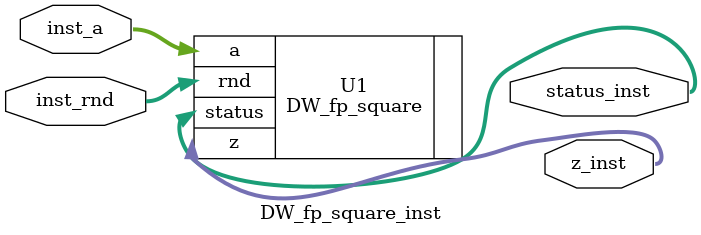
<source format=v>
module DW_fp_square_inst( inst_a, inst_rnd, z_inst, status_inst );

parameter sig_width = 23;
parameter exp_width = 8;
parameter ieee_compliance = 0;

input [sig_width+exp_width : 0] inst_a;
input [2 : 0] inst_rnd;
output [sig_width+exp_width : 0] z_inst;
output [7 : 0] status_inst;

    // Instance of DW_fp_square
    DW_fp_square #(sig_width, exp_width, ieee_compliance)
          U1 ( .a(inst_a), .rnd(inst_rnd), .z(z_inst), .status(status_inst) );

endmodule

</source>
